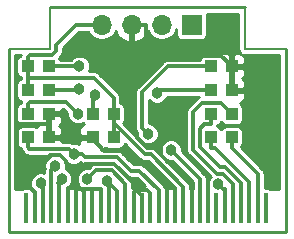
<source format=gtl>
G04 #@! TF.GenerationSoftware,KiCad,Pcbnew,(2018-02-15 revision 29b28de31)-makepkg*
G04 #@! TF.CreationDate,2018-04-28T16:50:53+09:30*
G04 #@! TF.ProjectId,short_oled_ssd1306,73686F72745F6F6C65645F7373643133,rev?*
G04 #@! TF.SameCoordinates,Original*
G04 #@! TF.FileFunction,Copper,L1,Top,Signal*
G04 #@! TF.FilePolarity,Positive*
%FSLAX46Y46*%
G04 Gerber Fmt 4.6, Leading zero omitted, Abs format (unit mm)*
G04 Created by KiCad (PCBNEW (2018-02-15 revision 29b28de31)-makepkg) date 04/28/18 16:50:53*
%MOMM*%
%LPD*%
G01*
G04 APERTURE LIST*
%ADD10C,0.200000*%
%ADD11C,0.254000*%
%ADD12O,1.700000X1.700000*%
%ADD13R,1.700000X1.700000*%
%ADD14R,1.016000X1.016000*%
%ADD15R,0.400000X2.540000*%
%ADD16C,0.965200*%
%ADD17C,0.300000*%
G04 APERTURE END LIST*
D10*
X199500000Y-131000000D02*
X203000000Y-131000000D01*
X199500000Y-127500000D02*
X199500000Y-131000000D01*
X183000000Y-131000000D02*
X183000000Y-127500000D01*
X179500000Y-131000000D02*
X183000000Y-131000000D01*
D11*
X179500000Y-131000000D02*
X179500000Y-146500000D01*
X203000000Y-131000000D02*
X203000000Y-146500000D01*
X183000000Y-127500000D02*
X199500000Y-127500000D01*
X179500000Y-146500000D02*
X203000000Y-146500000D01*
D12*
X187380000Y-129000000D03*
X189920000Y-129000000D03*
X192460000Y-129000000D03*
D13*
X195000000Y-129000000D03*
D14*
X196611000Y-134500000D03*
X198389000Y-134500000D03*
X182889000Y-136500000D03*
X181111000Y-136500000D03*
X182889000Y-138500000D03*
X181111000Y-138500000D03*
X186611000Y-138500000D03*
X188389000Y-138500000D03*
X196611000Y-136500000D03*
X198389000Y-136500000D03*
X196611000Y-138500000D03*
X198389000Y-138500000D03*
D15*
X191500000Y-144516000D03*
X192200000Y-144516000D03*
X192900000Y-144516000D03*
X193600000Y-144516000D03*
X194300000Y-144516000D03*
X195000000Y-144516000D03*
X195700000Y-144516000D03*
X196400000Y-144516000D03*
X197100000Y-144516000D03*
X197800000Y-144516000D03*
X198500000Y-144516000D03*
X199200000Y-144516000D03*
X199900000Y-144516000D03*
X200600000Y-144516000D03*
X201300000Y-144516000D03*
X181000000Y-144516000D03*
X181700000Y-144516000D03*
X182400000Y-144516000D03*
X183100000Y-144516000D03*
X183800000Y-144516000D03*
X184500000Y-144516000D03*
X185200000Y-144516000D03*
X185900000Y-144516000D03*
X186600000Y-144516000D03*
X187300000Y-144516000D03*
X188000000Y-144516000D03*
X188700000Y-144516000D03*
X189400000Y-144516000D03*
X190100000Y-144516000D03*
X190800000Y-144516000D03*
D14*
X196611000Y-132500000D03*
X198389000Y-132500000D03*
X186611000Y-136500000D03*
X188389000Y-136500000D03*
X181111000Y-132500000D03*
X182889000Y-132500000D03*
X182889000Y-134500000D03*
X181111000Y-134500000D03*
D16*
X189905556Y-140137718D03*
X201500000Y-141000000D03*
X201500000Y-138500000D03*
X201500000Y-136000000D03*
X201500000Y-133500000D03*
X185366380Y-136500000D03*
X182226789Y-142382313D03*
X186183882Y-142013390D03*
X186828047Y-134895632D03*
X187808628Y-142173794D03*
X185499994Y-132500000D03*
X191308674Y-138191318D03*
X184000000Y-142000000D03*
X193278700Y-139596200D03*
X197270000Y-142489900D03*
X185002554Y-139887264D03*
X185477353Y-134378120D03*
X183454752Y-140909503D03*
X192067500Y-134741100D03*
D17*
X193600000Y-142800000D02*
X193600000Y-144516000D01*
X192900000Y-142800000D02*
X192900000Y-142513609D01*
X192900000Y-144516000D02*
X192900000Y-142800000D01*
X192900000Y-142800000D02*
X193600000Y-142800000D01*
X192900000Y-142513609D02*
X191149393Y-140763002D01*
X191149393Y-140763002D02*
X190530840Y-140763002D01*
X190530840Y-140763002D02*
X189905556Y-140137718D01*
X191500000Y-143200000D02*
X191246000Y-142946000D01*
X191246000Y-142946000D02*
X190300000Y-142946000D01*
X191500000Y-144516000D02*
X191500000Y-143200000D01*
X190100000Y-144516000D02*
X190100000Y-143146000D01*
X190100000Y-143146000D02*
X190300000Y-142946000D01*
X186600000Y-142900000D02*
X185634345Y-142900000D01*
X187300000Y-142900000D02*
X187300000Y-144516000D01*
X186611000Y-138662500D02*
X187573660Y-139625160D01*
X189392998Y-139625160D02*
X189905556Y-140137718D01*
X191677598Y-139386602D02*
X191250101Y-139386602D01*
X190113398Y-132647502D02*
X191174300Y-131586600D01*
X191250101Y-139386602D02*
X190113398Y-138249899D01*
X192385900Y-138678300D02*
X191677598Y-139386602D01*
X186014118Y-140733182D02*
X185200000Y-141547300D01*
X188463675Y-140733182D02*
X186014118Y-140733182D01*
X190300000Y-142569507D02*
X188463675Y-140733182D01*
X190300000Y-142946000D02*
X190300000Y-142569507D01*
X190800000Y-143446000D02*
X190300000Y-142946000D01*
X190800000Y-144516000D02*
X190800000Y-143446000D01*
X187573660Y-139625160D02*
X189392998Y-139625160D01*
X190113398Y-138249899D02*
X190113398Y-132647502D01*
X186600000Y-142900000D02*
X187300000Y-142900000D01*
X186600000Y-144516000D02*
X186600000Y-142900000D01*
X185634345Y-142900000D02*
X185900000Y-143165655D01*
X185900000Y-143165655D02*
X185900000Y-144516000D01*
X185254000Y-142800000D02*
X185354000Y-142900000D01*
X185200000Y-142800000D02*
X185254000Y-142800000D01*
X185354000Y-142900000D02*
X185634345Y-142900000D01*
X185200000Y-142800000D02*
X185200000Y-141547300D01*
X185200000Y-144516000D02*
X185200000Y-142800000D01*
X184500000Y-142800000D02*
X185200000Y-142800000D01*
X184500000Y-144516000D02*
X184500000Y-142800000D01*
X201500000Y-138500000D02*
X201500000Y-141000000D01*
X201500000Y-136000000D02*
X201500000Y-138500000D01*
X201500000Y-133500000D02*
X201500000Y-136000000D01*
X198389000Y-132500000D02*
X200500000Y-132500000D01*
X200500000Y-132500000D02*
X201500000Y-133500000D01*
X200600000Y-141623300D02*
X198389000Y-139412300D01*
X200600000Y-144516000D02*
X200600000Y-141623300D01*
X198389000Y-138500000D02*
X198389000Y-139412300D01*
X196611000Y-138500000D02*
X196611000Y-139412300D01*
X197014200Y-139412300D02*
X196611000Y-139412300D01*
X199900000Y-142298100D02*
X197014200Y-139412300D01*
X199900000Y-144516000D02*
X199900000Y-142298100D01*
X199200000Y-144516000D02*
X199200000Y-142381900D01*
X196611000Y-136500000D02*
X196611000Y-137412300D01*
X196040800Y-137412300D02*
X196611000Y-137412300D01*
X195698700Y-137754400D02*
X196040800Y-137412300D01*
X195698700Y-139340400D02*
X195698700Y-137754400D01*
X197407000Y-141048700D02*
X195698700Y-139340400D01*
X197866800Y-141048700D02*
X197407000Y-141048700D01*
X199200000Y-142381900D02*
X197866800Y-141048700D01*
X197476600Y-135587600D02*
X198389000Y-136500000D01*
X195877200Y-135587600D02*
X197476600Y-135587600D01*
X195142400Y-136322400D02*
X195877200Y-135587600D01*
X195142400Y-139568200D02*
X195142400Y-136322400D01*
X197177200Y-141603000D02*
X195142400Y-139568200D01*
X197637300Y-141603000D02*
X197177200Y-141603000D01*
X198500000Y-142465700D02*
X197637300Y-141603000D01*
X198500000Y-144516000D02*
X198500000Y-142465700D01*
X183880321Y-140022902D02*
X183029183Y-140022902D01*
X185200000Y-141547300D02*
X184341353Y-140688653D01*
X184341353Y-140688653D02*
X184341353Y-140483934D01*
X184341353Y-140483934D02*
X183880321Y-140022902D01*
X181340187Y-141932113D02*
X181340187Y-142807883D01*
X183029183Y-140022902D02*
X181845800Y-141206285D01*
X181845800Y-141206285D02*
X181845800Y-141426500D01*
X181340187Y-142807883D02*
X181700000Y-143167696D01*
X181845800Y-141426500D02*
X181340187Y-141932113D01*
X181700000Y-143167696D02*
X181700000Y-144516000D01*
X186611000Y-138500000D02*
X186611000Y-138662500D01*
X183963800Y-138662500D02*
X183801300Y-138500000D01*
X186611000Y-138662500D02*
X183963800Y-138662500D01*
X198389000Y-134500000D02*
X198389000Y-132500000D01*
X189920000Y-129000000D02*
X191174300Y-129000000D01*
X182889000Y-136500000D02*
X182889000Y-137412300D01*
X182889000Y-138500000D02*
X182889000Y-137412300D01*
X182889000Y-138500000D02*
X183801300Y-138500000D01*
X180567300Y-137412300D02*
X182889000Y-137412300D01*
X180198600Y-137781000D02*
X180567300Y-137412300D01*
X180198600Y-139779300D02*
X180198600Y-137781000D01*
X181845800Y-141426500D02*
X180198600Y-139779300D01*
X195000000Y-144516000D02*
X195000000Y-142571500D01*
X197475600Y-131586600D02*
X198389000Y-132500000D01*
X191174300Y-131586600D02*
X197475600Y-131586600D01*
X191174300Y-129000000D02*
X191174300Y-131586600D01*
X192385900Y-139957400D02*
X192385900Y-138678300D01*
X195000000Y-142571500D02*
X192385900Y-139957400D01*
X196383100Y-144499100D02*
X196400000Y-144516000D01*
X196383100Y-141757700D02*
X196383100Y-144499100D01*
X194312500Y-139687100D02*
X196383100Y-141757700D01*
X194312500Y-139312800D02*
X194312500Y-139687100D01*
X193678000Y-138678300D02*
X194312500Y-139312800D01*
X192385900Y-138678300D02*
X193678000Y-138678300D01*
X181285599Y-135517401D02*
X184383781Y-135517401D01*
X184383781Y-135517401D02*
X185366380Y-136500000D01*
X181111000Y-136500000D02*
X181111000Y-135692000D01*
X181111000Y-135692000D02*
X181285599Y-135517401D01*
X182400000Y-144516000D02*
X182400000Y-142555524D01*
X182400000Y-142555524D02*
X182226789Y-142382313D01*
X188234197Y-141287193D02*
X186910079Y-141287193D01*
X186910079Y-141287193D02*
X186183882Y-142013390D01*
X189400000Y-142452996D02*
X188234197Y-141287193D01*
X189400000Y-144516000D02*
X189400000Y-142452996D01*
X186611000Y-135112679D02*
X186828047Y-134895632D01*
X186611000Y-136500000D02*
X186611000Y-135112679D01*
X188700000Y-144516000D02*
X188700000Y-143065166D01*
X188700000Y-143065166D02*
X187808628Y-142173794D01*
X188000000Y-144516000D02*
X188000000Y-142365166D01*
X188000000Y-142365166D02*
X187808628Y-142173794D01*
X182889000Y-132500000D02*
X185499994Y-132500000D01*
X196611000Y-132500000D02*
X192996430Y-132500000D01*
X190826075Y-137708719D02*
X191308674Y-138191318D01*
X190826075Y-134670355D02*
X190826075Y-137708719D01*
X192996430Y-132500000D02*
X190826075Y-134670355D01*
X183667409Y-142332591D02*
X183800000Y-142465182D01*
X183800000Y-142465182D02*
X183800000Y-144516000D01*
X184000000Y-142000000D02*
X183667409Y-142332591D01*
X194300000Y-144516000D02*
X194300000Y-142716511D01*
X194300000Y-142716511D02*
X191524102Y-139940613D01*
X191524102Y-139940613D02*
X191020623Y-139940613D01*
X191020623Y-139940613D02*
X188492310Y-137412300D01*
X188492310Y-137412300D02*
X188389000Y-137412300D01*
X188389000Y-135144415D02*
X186736104Y-133491519D01*
X181181981Y-133491519D02*
X181111000Y-133562500D01*
X188389000Y-136500000D02*
X188389000Y-135144415D01*
X186736104Y-133491519D02*
X181181981Y-133491519D01*
X181111000Y-131692000D02*
X181298990Y-131504010D01*
X183208767Y-131504010D02*
X183504010Y-131208767D01*
X181111000Y-132500000D02*
X181111000Y-131692000D01*
X185187815Y-129000000D02*
X187380000Y-129000000D01*
X183504010Y-131208767D02*
X183504010Y-130683805D01*
X183504010Y-130683805D02*
X185187815Y-129000000D01*
X181298990Y-131504010D02*
X183208767Y-131504010D01*
X181111000Y-134500000D02*
X181111000Y-133562500D01*
X181111000Y-133562500D02*
X181111000Y-132500000D01*
X188389000Y-136500000D02*
X188389000Y-137412300D01*
X188389000Y-138500000D02*
X188389000Y-137412300D01*
X195700000Y-144516000D02*
X195700000Y-142017500D01*
X193278700Y-139596200D02*
X195700000Y-142017500D01*
X197621800Y-142841700D02*
X197270000Y-142489900D01*
X197800000Y-142841700D02*
X197621800Y-142841700D01*
X197800000Y-144516000D02*
X197800000Y-142841700D01*
X190587002Y-141333002D02*
X189846984Y-141333002D01*
X184584181Y-139468891D02*
X185002554Y-139887264D01*
X181111000Y-138500000D02*
X181111000Y-139308000D01*
X192200000Y-142946000D02*
X190587002Y-141333002D01*
X189846984Y-141333002D02*
X188693153Y-140179171D01*
X181111000Y-139308000D02*
X181271891Y-139468891D01*
X188693153Y-140179171D02*
X185976960Y-140179171D01*
X185976960Y-140179171D02*
X185685053Y-139887264D01*
X181271891Y-139468891D02*
X184584181Y-139468891D01*
X185685053Y-139887264D02*
X185002554Y-139887264D01*
X192200000Y-144516000D02*
X192200000Y-142946000D01*
X185355473Y-134500000D02*
X185477353Y-134378120D01*
X182889000Y-134500000D02*
X185355473Y-134500000D01*
X183113399Y-141250856D02*
X183454752Y-140909503D01*
X183100000Y-144516000D02*
X183100000Y-142946000D01*
X183113399Y-142932601D02*
X183113399Y-141250856D01*
X183100000Y-142946000D02*
X183113399Y-142932601D01*
X192308600Y-134500000D02*
X192067500Y-134741100D01*
X196611000Y-134500000D02*
X192308600Y-134500000D01*
D11*
G36*
X198968201Y-130947620D02*
X198957782Y-131000000D01*
X198999056Y-131207498D01*
X199116594Y-131383406D01*
X199164766Y-131415593D01*
X199023309Y-131357000D01*
X198674750Y-131357000D01*
X198516000Y-131515750D01*
X198516000Y-132373000D01*
X199373250Y-132373000D01*
X199532000Y-132214250D01*
X199532000Y-131865690D01*
X199435327Y-131632301D01*
X199306817Y-131503791D01*
X199447625Y-131531800D01*
X199447626Y-131531800D01*
X199500000Y-131542218D01*
X199552375Y-131531800D01*
X202441200Y-131531800D01*
X202441201Y-142873000D01*
X201718984Y-142873000D01*
X201668480Y-142839254D01*
X201500000Y-142805741D01*
X201181800Y-142805741D01*
X201181800Y-141680595D01*
X201193197Y-141623299D01*
X201181800Y-141566003D01*
X201181800Y-141565999D01*
X201148043Y-141396293D01*
X201019454Y-141203846D01*
X200970877Y-141171388D01*
X199154652Y-139355163D01*
X199208310Y-139319310D01*
X199303746Y-139176480D01*
X199337259Y-139008000D01*
X199337259Y-137992000D01*
X199303746Y-137823520D01*
X199208310Y-137680690D01*
X199065480Y-137585254D01*
X198897000Y-137551741D01*
X197881000Y-137551741D01*
X197712520Y-137585254D01*
X197569690Y-137680690D01*
X197500000Y-137784988D01*
X197430310Y-137680690D01*
X197287480Y-137585254D01*
X197174274Y-137562736D01*
X197192800Y-137469601D01*
X197200260Y-137432095D01*
X197287480Y-137414746D01*
X197430310Y-137319310D01*
X197500000Y-137215012D01*
X197569690Y-137319310D01*
X197712520Y-137414746D01*
X197881000Y-137448259D01*
X198897000Y-137448259D01*
X199065480Y-137414746D01*
X199208310Y-137319310D01*
X199303746Y-137176480D01*
X199337259Y-137008000D01*
X199337259Y-135992000D01*
X199303746Y-135823520D01*
X199208310Y-135680690D01*
X199102692Y-135610118D01*
X199256698Y-135546327D01*
X199435327Y-135367699D01*
X199532000Y-135134310D01*
X199532000Y-134785750D01*
X199373250Y-134627000D01*
X198516000Y-134627000D01*
X198516000Y-134647000D01*
X198262000Y-134647000D01*
X198262000Y-134627000D01*
X198242000Y-134627000D01*
X198242000Y-134373000D01*
X198262000Y-134373000D01*
X198262000Y-133515750D01*
X198246250Y-133500000D01*
X198262000Y-133484250D01*
X198262000Y-132627000D01*
X198516000Y-132627000D01*
X198516000Y-133484250D01*
X198531750Y-133500000D01*
X198516000Y-133515750D01*
X198516000Y-134373000D01*
X199373250Y-134373000D01*
X199532000Y-134214250D01*
X199532000Y-133865690D01*
X199435327Y-133632301D01*
X199303025Y-133500000D01*
X199435327Y-133367699D01*
X199532000Y-133134310D01*
X199532000Y-132785750D01*
X199373250Y-132627000D01*
X198516000Y-132627000D01*
X198262000Y-132627000D01*
X198242000Y-132627000D01*
X198242000Y-132373000D01*
X198262000Y-132373000D01*
X198262000Y-131515750D01*
X198103250Y-131357000D01*
X197754691Y-131357000D01*
X197521302Y-131453673D01*
X197348768Y-131626206D01*
X197287480Y-131585254D01*
X197119000Y-131551741D01*
X196103000Y-131551741D01*
X195934520Y-131585254D01*
X195791690Y-131680690D01*
X195696254Y-131823520D01*
X195677421Y-131918200D01*
X193053725Y-131918200D01*
X192996429Y-131906803D01*
X192939133Y-131918200D01*
X192939129Y-131918200D01*
X192769423Y-131951957D01*
X192769421Y-131951958D01*
X192769422Y-131951958D01*
X192625552Y-132048088D01*
X192625550Y-132048090D01*
X192576976Y-132080546D01*
X192544520Y-132129121D01*
X190455201Y-134218441D01*
X190406621Y-134250901D01*
X190278032Y-134443349D01*
X190244275Y-134613055D01*
X190244275Y-134613058D01*
X190232878Y-134670355D01*
X190244275Y-134727652D01*
X190244276Y-137651417D01*
X190232878Y-137708719D01*
X190278032Y-137935725D01*
X190297133Y-137964311D01*
X190394274Y-138109693D01*
X190394274Y-138373203D01*
X190477905Y-138575106D01*
X189213837Y-137311039D01*
X189303746Y-137176480D01*
X189337259Y-137008000D01*
X189337259Y-135992000D01*
X189303746Y-135823520D01*
X189208310Y-135680690D01*
X189065480Y-135585254D01*
X188970800Y-135566421D01*
X188970800Y-135201712D01*
X188982197Y-135144415D01*
X188970800Y-135087118D01*
X188970800Y-135087114D01*
X188937043Y-134917408D01*
X188808454Y-134724961D01*
X188759876Y-134692503D01*
X187188018Y-133120645D01*
X187155558Y-133072065D01*
X186963111Y-132943476D01*
X186793405Y-132909719D01*
X186793401Y-132909719D01*
X186736104Y-132898322D01*
X186678807Y-132909719D01*
X186320022Y-132909719D01*
X186414394Y-132681885D01*
X186414394Y-132318115D01*
X186275185Y-131982034D01*
X186017960Y-131724809D01*
X185681879Y-131585600D01*
X185318109Y-131585600D01*
X184982028Y-131724809D01*
X184788637Y-131918200D01*
X183822579Y-131918200D01*
X183803746Y-131823520D01*
X183767016Y-131768549D01*
X183874884Y-131660681D01*
X183923464Y-131628221D01*
X184052053Y-131435774D01*
X184085810Y-131266068D01*
X184085810Y-131266064D01*
X184097207Y-131208767D01*
X184085810Y-131151470D01*
X184085810Y-130924793D01*
X185428804Y-129581800D01*
X186227140Y-129581800D01*
X186455874Y-129924126D01*
X186879867Y-130207428D01*
X187253759Y-130281800D01*
X187506241Y-130281800D01*
X187880133Y-130207428D01*
X188304126Y-129924126D01*
X188562972Y-129536734D01*
X188724817Y-129881358D01*
X189153076Y-130271645D01*
X189563110Y-130441476D01*
X189793000Y-130320155D01*
X189793000Y-129127000D01*
X189773000Y-129127000D01*
X189773000Y-128873000D01*
X189793000Y-128873000D01*
X189793000Y-128853000D01*
X190047000Y-128853000D01*
X190047000Y-128873000D01*
X190067000Y-128873000D01*
X190067000Y-129127000D01*
X190047000Y-129127000D01*
X190047000Y-130320155D01*
X190276890Y-130441476D01*
X190686924Y-130271645D01*
X191115183Y-129881358D01*
X191277028Y-129536734D01*
X191535874Y-129924126D01*
X191959867Y-130207428D01*
X192333759Y-130281800D01*
X192586241Y-130281800D01*
X192960133Y-130207428D01*
X193384126Y-129924126D01*
X193667428Y-129500133D01*
X193709741Y-129287412D01*
X193709741Y-129850000D01*
X193743254Y-130018480D01*
X193838690Y-130161310D01*
X193981520Y-130256746D01*
X194150000Y-130290259D01*
X195850000Y-130290259D01*
X196018480Y-130256746D01*
X196161310Y-130161310D01*
X196256746Y-130018480D01*
X196290259Y-129850000D01*
X196290259Y-128150000D01*
X196272118Y-128058800D01*
X198968200Y-128058800D01*
X198968201Y-130947620D01*
X198968201Y-130947620D01*
G37*
X198968201Y-130947620D02*
X198957782Y-131000000D01*
X198999056Y-131207498D01*
X199116594Y-131383406D01*
X199164766Y-131415593D01*
X199023309Y-131357000D01*
X198674750Y-131357000D01*
X198516000Y-131515750D01*
X198516000Y-132373000D01*
X199373250Y-132373000D01*
X199532000Y-132214250D01*
X199532000Y-131865690D01*
X199435327Y-131632301D01*
X199306817Y-131503791D01*
X199447625Y-131531800D01*
X199447626Y-131531800D01*
X199500000Y-131542218D01*
X199552375Y-131531800D01*
X202441200Y-131531800D01*
X202441201Y-142873000D01*
X201718984Y-142873000D01*
X201668480Y-142839254D01*
X201500000Y-142805741D01*
X201181800Y-142805741D01*
X201181800Y-141680595D01*
X201193197Y-141623299D01*
X201181800Y-141566003D01*
X201181800Y-141565999D01*
X201148043Y-141396293D01*
X201019454Y-141203846D01*
X200970877Y-141171388D01*
X199154652Y-139355163D01*
X199208310Y-139319310D01*
X199303746Y-139176480D01*
X199337259Y-139008000D01*
X199337259Y-137992000D01*
X199303746Y-137823520D01*
X199208310Y-137680690D01*
X199065480Y-137585254D01*
X198897000Y-137551741D01*
X197881000Y-137551741D01*
X197712520Y-137585254D01*
X197569690Y-137680690D01*
X197500000Y-137784988D01*
X197430310Y-137680690D01*
X197287480Y-137585254D01*
X197174274Y-137562736D01*
X197192800Y-137469601D01*
X197200260Y-137432095D01*
X197287480Y-137414746D01*
X197430310Y-137319310D01*
X197500000Y-137215012D01*
X197569690Y-137319310D01*
X197712520Y-137414746D01*
X197881000Y-137448259D01*
X198897000Y-137448259D01*
X199065480Y-137414746D01*
X199208310Y-137319310D01*
X199303746Y-137176480D01*
X199337259Y-137008000D01*
X199337259Y-135992000D01*
X199303746Y-135823520D01*
X199208310Y-135680690D01*
X199102692Y-135610118D01*
X199256698Y-135546327D01*
X199435327Y-135367699D01*
X199532000Y-135134310D01*
X199532000Y-134785750D01*
X199373250Y-134627000D01*
X198516000Y-134627000D01*
X198516000Y-134647000D01*
X198262000Y-134647000D01*
X198262000Y-134627000D01*
X198242000Y-134627000D01*
X198242000Y-134373000D01*
X198262000Y-134373000D01*
X198262000Y-133515750D01*
X198246250Y-133500000D01*
X198262000Y-133484250D01*
X198262000Y-132627000D01*
X198516000Y-132627000D01*
X198516000Y-133484250D01*
X198531750Y-133500000D01*
X198516000Y-133515750D01*
X198516000Y-134373000D01*
X199373250Y-134373000D01*
X199532000Y-134214250D01*
X199532000Y-133865690D01*
X199435327Y-133632301D01*
X199303025Y-133500000D01*
X199435327Y-133367699D01*
X199532000Y-133134310D01*
X199532000Y-132785750D01*
X199373250Y-132627000D01*
X198516000Y-132627000D01*
X198262000Y-132627000D01*
X198242000Y-132627000D01*
X198242000Y-132373000D01*
X198262000Y-132373000D01*
X198262000Y-131515750D01*
X198103250Y-131357000D01*
X197754691Y-131357000D01*
X197521302Y-131453673D01*
X197348768Y-131626206D01*
X197287480Y-131585254D01*
X197119000Y-131551741D01*
X196103000Y-131551741D01*
X195934520Y-131585254D01*
X195791690Y-131680690D01*
X195696254Y-131823520D01*
X195677421Y-131918200D01*
X193053725Y-131918200D01*
X192996429Y-131906803D01*
X192939133Y-131918200D01*
X192939129Y-131918200D01*
X192769423Y-131951957D01*
X192769421Y-131951958D01*
X192769422Y-131951958D01*
X192625552Y-132048088D01*
X192625550Y-132048090D01*
X192576976Y-132080546D01*
X192544520Y-132129121D01*
X190455201Y-134218441D01*
X190406621Y-134250901D01*
X190278032Y-134443349D01*
X190244275Y-134613055D01*
X190244275Y-134613058D01*
X190232878Y-134670355D01*
X190244275Y-134727652D01*
X190244276Y-137651417D01*
X190232878Y-137708719D01*
X190278032Y-137935725D01*
X190297133Y-137964311D01*
X190394274Y-138109693D01*
X190394274Y-138373203D01*
X190477905Y-138575106D01*
X189213837Y-137311039D01*
X189303746Y-137176480D01*
X189337259Y-137008000D01*
X189337259Y-135992000D01*
X189303746Y-135823520D01*
X189208310Y-135680690D01*
X189065480Y-135585254D01*
X188970800Y-135566421D01*
X188970800Y-135201712D01*
X188982197Y-135144415D01*
X188970800Y-135087118D01*
X188970800Y-135087114D01*
X188937043Y-134917408D01*
X188808454Y-134724961D01*
X188759876Y-134692503D01*
X187188018Y-133120645D01*
X187155558Y-133072065D01*
X186963111Y-132943476D01*
X186793405Y-132909719D01*
X186793401Y-132909719D01*
X186736104Y-132898322D01*
X186678807Y-132909719D01*
X186320022Y-132909719D01*
X186414394Y-132681885D01*
X186414394Y-132318115D01*
X186275185Y-131982034D01*
X186017960Y-131724809D01*
X185681879Y-131585600D01*
X185318109Y-131585600D01*
X184982028Y-131724809D01*
X184788637Y-131918200D01*
X183822579Y-131918200D01*
X183803746Y-131823520D01*
X183767016Y-131768549D01*
X183874884Y-131660681D01*
X183923464Y-131628221D01*
X184052053Y-131435774D01*
X184085810Y-131266068D01*
X184085810Y-131266064D01*
X184097207Y-131208767D01*
X184085810Y-131151470D01*
X184085810Y-130924793D01*
X185428804Y-129581800D01*
X186227140Y-129581800D01*
X186455874Y-129924126D01*
X186879867Y-130207428D01*
X187253759Y-130281800D01*
X187506241Y-130281800D01*
X187880133Y-130207428D01*
X188304126Y-129924126D01*
X188562972Y-129536734D01*
X188724817Y-129881358D01*
X189153076Y-130271645D01*
X189563110Y-130441476D01*
X189793000Y-130320155D01*
X189793000Y-129127000D01*
X189773000Y-129127000D01*
X189773000Y-128873000D01*
X189793000Y-128873000D01*
X189793000Y-128853000D01*
X190047000Y-128853000D01*
X190047000Y-128873000D01*
X190067000Y-128873000D01*
X190067000Y-129127000D01*
X190047000Y-129127000D01*
X190047000Y-130320155D01*
X190276890Y-130441476D01*
X190686924Y-130271645D01*
X191115183Y-129881358D01*
X191277028Y-129536734D01*
X191535874Y-129924126D01*
X191959867Y-130207428D01*
X192333759Y-130281800D01*
X192586241Y-130281800D01*
X192960133Y-130207428D01*
X193384126Y-129924126D01*
X193667428Y-129500133D01*
X193709741Y-129287412D01*
X193709741Y-129850000D01*
X193743254Y-130018480D01*
X193838690Y-130161310D01*
X193981520Y-130256746D01*
X194150000Y-130290259D01*
X195850000Y-130290259D01*
X196018480Y-130256746D01*
X196161310Y-130161310D01*
X196256746Y-130018480D01*
X196290259Y-129850000D01*
X196290259Y-128150000D01*
X196272118Y-128058800D01*
X198968200Y-128058800D01*
X198968201Y-130947620D01*
G36*
X180543341Y-131563608D02*
X180434520Y-131585254D01*
X180291690Y-131680690D01*
X180196254Y-131823520D01*
X180162741Y-131992000D01*
X180162741Y-133008000D01*
X180196254Y-133176480D01*
X180291690Y-133319310D01*
X180434520Y-133414746D01*
X180529200Y-133433579D01*
X180529200Y-133505203D01*
X180517803Y-133562500D01*
X180518987Y-133568452D01*
X180434520Y-133585254D01*
X180291690Y-133680690D01*
X180196254Y-133823520D01*
X180162741Y-133992000D01*
X180162741Y-135008000D01*
X180196254Y-135176480D01*
X180291690Y-135319310D01*
X180434520Y-135414746D01*
X180577525Y-135443192D01*
X180562957Y-135464994D01*
X180549602Y-135532133D01*
X180543341Y-135563608D01*
X180434520Y-135585254D01*
X180291690Y-135680690D01*
X180196254Y-135823520D01*
X180162741Y-135992000D01*
X180162741Y-137008000D01*
X180196254Y-137176480D01*
X180291690Y-137319310D01*
X180434520Y-137414746D01*
X180603000Y-137448259D01*
X181619000Y-137448259D01*
X181787480Y-137414746D01*
X181848768Y-137373794D01*
X181974975Y-137500000D01*
X181848768Y-137626206D01*
X181787480Y-137585254D01*
X181619000Y-137551741D01*
X180603000Y-137551741D01*
X180434520Y-137585254D01*
X180291690Y-137680690D01*
X180196254Y-137823520D01*
X180162741Y-137992000D01*
X180162741Y-139008000D01*
X180196254Y-139176480D01*
X180291690Y-139319310D01*
X180434520Y-139414746D01*
X180543342Y-139436392D01*
X180562957Y-139535006D01*
X180646647Y-139660257D01*
X180691547Y-139727454D01*
X180740124Y-139759912D01*
X180819977Y-139839765D01*
X180852437Y-139888345D01*
X181044884Y-140016934D01*
X181214590Y-140050691D01*
X181214595Y-140050691D01*
X181271890Y-140062088D01*
X181329186Y-140050691D01*
X183138665Y-140050691D01*
X182936786Y-140134312D01*
X182679561Y-140391537D01*
X182540352Y-140727618D01*
X182540352Y-141091388D01*
X182548168Y-141110258D01*
X182520202Y-141250856D01*
X182531600Y-141308158D01*
X182531600Y-141518830D01*
X182408674Y-141467913D01*
X182044904Y-141467913D01*
X181708823Y-141607122D01*
X181451598Y-141864347D01*
X181312389Y-142200428D01*
X181312389Y-142564198D01*
X181337913Y-142625820D01*
X181140302Y-142707673D01*
X181042233Y-142805741D01*
X180800000Y-142805741D01*
X180631520Y-142839254D01*
X180581016Y-142873000D01*
X180058800Y-142873000D01*
X180058800Y-131531800D01*
X180549669Y-131531800D01*
X180543341Y-131563608D01*
X180543341Y-131563608D01*
G37*
X180543341Y-131563608D02*
X180434520Y-131585254D01*
X180291690Y-131680690D01*
X180196254Y-131823520D01*
X180162741Y-131992000D01*
X180162741Y-133008000D01*
X180196254Y-133176480D01*
X180291690Y-133319310D01*
X180434520Y-133414746D01*
X180529200Y-133433579D01*
X180529200Y-133505203D01*
X180517803Y-133562500D01*
X180518987Y-133568452D01*
X180434520Y-133585254D01*
X180291690Y-133680690D01*
X180196254Y-133823520D01*
X180162741Y-133992000D01*
X180162741Y-135008000D01*
X180196254Y-135176480D01*
X180291690Y-135319310D01*
X180434520Y-135414746D01*
X180577525Y-135443192D01*
X180562957Y-135464994D01*
X180549602Y-135532133D01*
X180543341Y-135563608D01*
X180434520Y-135585254D01*
X180291690Y-135680690D01*
X180196254Y-135823520D01*
X180162741Y-135992000D01*
X180162741Y-137008000D01*
X180196254Y-137176480D01*
X180291690Y-137319310D01*
X180434520Y-137414746D01*
X180603000Y-137448259D01*
X181619000Y-137448259D01*
X181787480Y-137414746D01*
X181848768Y-137373794D01*
X181974975Y-137500000D01*
X181848768Y-137626206D01*
X181787480Y-137585254D01*
X181619000Y-137551741D01*
X180603000Y-137551741D01*
X180434520Y-137585254D01*
X180291690Y-137680690D01*
X180196254Y-137823520D01*
X180162741Y-137992000D01*
X180162741Y-139008000D01*
X180196254Y-139176480D01*
X180291690Y-139319310D01*
X180434520Y-139414746D01*
X180543342Y-139436392D01*
X180562957Y-139535006D01*
X180646647Y-139660257D01*
X180691547Y-139727454D01*
X180740124Y-139759912D01*
X180819977Y-139839765D01*
X180852437Y-139888345D01*
X181044884Y-140016934D01*
X181214590Y-140050691D01*
X181214595Y-140050691D01*
X181271890Y-140062088D01*
X181329186Y-140050691D01*
X183138665Y-140050691D01*
X182936786Y-140134312D01*
X182679561Y-140391537D01*
X182540352Y-140727618D01*
X182540352Y-141091388D01*
X182548168Y-141110258D01*
X182520202Y-141250856D01*
X182531600Y-141308158D01*
X182531600Y-141518830D01*
X182408674Y-141467913D01*
X182044904Y-141467913D01*
X181708823Y-141607122D01*
X181451598Y-141864347D01*
X181312389Y-142200428D01*
X181312389Y-142564198D01*
X181337913Y-142625820D01*
X181140302Y-142707673D01*
X181042233Y-142805741D01*
X180800000Y-142805741D01*
X180631520Y-142839254D01*
X180581016Y-142873000D01*
X180058800Y-142873000D01*
X180058800Y-131531800D01*
X180549669Y-131531800D01*
X180543341Y-131563608D01*
G36*
X193096815Y-140510600D02*
X193370312Y-140510600D01*
X195118201Y-142258491D01*
X195118201Y-142751549D01*
X195100000Y-142769750D01*
X195100000Y-142873000D01*
X194900000Y-142873000D01*
X194900000Y-142769750D01*
X194885493Y-142755243D01*
X194893197Y-142716511D01*
X194881800Y-142659214D01*
X194881800Y-142659210D01*
X194848043Y-142489504D01*
X194719454Y-142297057D01*
X194670877Y-142264599D01*
X192789643Y-140383365D01*
X193096815Y-140510600D01*
X193096815Y-140510600D01*
G37*
X193096815Y-140510600D02*
X193370312Y-140510600D01*
X195118201Y-142258491D01*
X195118201Y-142751549D01*
X195100000Y-142769750D01*
X195100000Y-142873000D01*
X194900000Y-142873000D01*
X194900000Y-142769750D01*
X194885493Y-142755243D01*
X194893197Y-142716511D01*
X194881800Y-142659214D01*
X194881800Y-142659210D01*
X194848043Y-142489504D01*
X194719454Y-142297057D01*
X194670877Y-142264599D01*
X192789643Y-140383365D01*
X193096815Y-140510600D01*
G36*
X190568710Y-140311489D02*
X190601169Y-140360067D01*
X190793616Y-140488656D01*
X190963322Y-140522413D01*
X190963326Y-140522413D01*
X191020623Y-140533810D01*
X191077920Y-140522413D01*
X191283114Y-140522413D01*
X193472998Y-142712298D01*
X193472998Y-142720973D01*
X193459698Y-142707673D01*
X193422526Y-142692276D01*
X193341250Y-142611000D01*
X193273691Y-142611000D01*
X193250000Y-142620813D01*
X193226309Y-142611000D01*
X193158750Y-142611000D01*
X193077474Y-142692276D01*
X193040302Y-142707673D01*
X192874974Y-142873000D01*
X192800000Y-142873000D01*
X192800000Y-142769750D01*
X192745627Y-142715377D01*
X192619454Y-142526546D01*
X192570876Y-142494088D01*
X191038916Y-140962128D01*
X191006456Y-140913548D01*
X190814009Y-140784959D01*
X190644303Y-140751202D01*
X190644299Y-140751202D01*
X190587002Y-140739805D01*
X190529705Y-140751202D01*
X190087974Y-140751202D01*
X189145067Y-139808297D01*
X189112607Y-139759717D01*
X188920160Y-139631128D01*
X188750454Y-139597371D01*
X188750450Y-139597371D01*
X188693153Y-139585974D01*
X188635856Y-139597371D01*
X187355467Y-139597371D01*
X187478698Y-139546327D01*
X187651232Y-139373794D01*
X187712520Y-139414746D01*
X187881000Y-139448259D01*
X188897000Y-139448259D01*
X189065480Y-139414746D01*
X189208310Y-139319310D01*
X189303746Y-139176480D01*
X189325307Y-139068086D01*
X190568710Y-140311489D01*
X190568710Y-140311489D01*
G37*
X190568710Y-140311489D02*
X190601169Y-140360067D01*
X190793616Y-140488656D01*
X190963322Y-140522413D01*
X190963326Y-140522413D01*
X191020623Y-140533810D01*
X191077920Y-140522413D01*
X191283114Y-140522413D01*
X193472998Y-142712298D01*
X193472998Y-142720973D01*
X193459698Y-142707673D01*
X193422526Y-142692276D01*
X193341250Y-142611000D01*
X193273691Y-142611000D01*
X193250000Y-142620813D01*
X193226309Y-142611000D01*
X193158750Y-142611000D01*
X193077474Y-142692276D01*
X193040302Y-142707673D01*
X192874974Y-142873000D01*
X192800000Y-142873000D01*
X192800000Y-142769750D01*
X192745627Y-142715377D01*
X192619454Y-142526546D01*
X192570876Y-142494088D01*
X191038916Y-140962128D01*
X191006456Y-140913548D01*
X190814009Y-140784959D01*
X190644303Y-140751202D01*
X190644299Y-140751202D01*
X190587002Y-140739805D01*
X190529705Y-140751202D01*
X190087974Y-140751202D01*
X189145067Y-139808297D01*
X189112607Y-139759717D01*
X188920160Y-139631128D01*
X188750454Y-139597371D01*
X188750450Y-139597371D01*
X188693153Y-139585974D01*
X188635856Y-139597371D01*
X187355467Y-139597371D01*
X187478698Y-139546327D01*
X187651232Y-139373794D01*
X187712520Y-139414746D01*
X187881000Y-139448259D01*
X188897000Y-139448259D01*
X189065480Y-139414746D01*
X189208310Y-139319310D01*
X189303746Y-139176480D01*
X189325307Y-139068086D01*
X190568710Y-140311489D01*
G36*
X189789683Y-141914802D02*
X189789687Y-141914802D01*
X189846983Y-141926199D01*
X189904279Y-141914802D01*
X190346014Y-141914802D01*
X191050481Y-142619269D01*
X190977474Y-142692276D01*
X190940302Y-142707673D01*
X190800000Y-142847974D01*
X190659698Y-142707673D01*
X190622526Y-142692276D01*
X190541250Y-142611000D01*
X190473691Y-142611000D01*
X190450000Y-142620813D01*
X190426309Y-142611000D01*
X190358750Y-142611000D01*
X190277474Y-142692276D01*
X190240302Y-142707673D01*
X190074974Y-142873000D01*
X190000000Y-142873000D01*
X190000000Y-142769750D01*
X189981800Y-142751550D01*
X189981800Y-142510291D01*
X189993197Y-142452995D01*
X189981800Y-142395699D01*
X189981800Y-142395695D01*
X189948043Y-142225989D01*
X189860401Y-142094823D01*
X189851912Y-142082118D01*
X189851910Y-142082116D01*
X189819454Y-142033542D01*
X189770879Y-142001085D01*
X189658502Y-141888708D01*
X189789683Y-141914802D01*
X189789683Y-141914802D01*
G37*
X189789683Y-141914802D02*
X189789687Y-141914802D01*
X189846983Y-141926199D01*
X189904279Y-141914802D01*
X190346014Y-141914802D01*
X191050481Y-142619269D01*
X190977474Y-142692276D01*
X190940302Y-142707673D01*
X190800000Y-142847974D01*
X190659698Y-142707673D01*
X190622526Y-142692276D01*
X190541250Y-142611000D01*
X190473691Y-142611000D01*
X190450000Y-142620813D01*
X190426309Y-142611000D01*
X190358750Y-142611000D01*
X190277474Y-142692276D01*
X190240302Y-142707673D01*
X190074974Y-142873000D01*
X190000000Y-142873000D01*
X190000000Y-142769750D01*
X189981800Y-142751550D01*
X189981800Y-142510291D01*
X189993197Y-142452995D01*
X189981800Y-142395699D01*
X189981800Y-142395695D01*
X189948043Y-142225989D01*
X189860401Y-142094823D01*
X189851912Y-142082118D01*
X189851910Y-142082116D01*
X189819454Y-142033542D01*
X189770879Y-142001085D01*
X189658502Y-141888708D01*
X189789683Y-141914802D01*
G36*
X184484588Y-140662455D02*
X184820669Y-140801664D01*
X185184439Y-140801664D01*
X185520520Y-140662455D01*
X185573598Y-140609377D01*
X185749953Y-140727214D01*
X185919659Y-140760971D01*
X185919663Y-140760971D01*
X185976960Y-140772368D01*
X186034257Y-140760971D01*
X186650415Y-140760971D01*
X186490625Y-140867739D01*
X186458166Y-140916317D01*
X186275493Y-141098990D01*
X186001997Y-141098990D01*
X185665916Y-141238199D01*
X185408691Y-141495424D01*
X185269482Y-141831505D01*
X185269482Y-142195275D01*
X185408691Y-142531356D01*
X185488335Y-142611000D01*
X185458750Y-142611000D01*
X185377474Y-142692276D01*
X185340302Y-142707673D01*
X185200000Y-142847974D01*
X185059698Y-142707673D01*
X185022526Y-142692276D01*
X184941250Y-142611000D01*
X184873691Y-142611000D01*
X184850000Y-142620813D01*
X184826309Y-142611000D01*
X184758750Y-142611000D01*
X184677474Y-142692276D01*
X184640302Y-142707673D01*
X184627002Y-142720973D01*
X184627002Y-142666155D01*
X184775191Y-142517966D01*
X184914400Y-142181885D01*
X184914400Y-141818115D01*
X184775191Y-141482034D01*
X184517966Y-141224809D01*
X184343774Y-141152656D01*
X184369152Y-141091388D01*
X184369152Y-140727618D01*
X184241450Y-140419317D01*
X184484588Y-140662455D01*
X184484588Y-140662455D01*
G37*
X184484588Y-140662455D02*
X184820669Y-140801664D01*
X185184439Y-140801664D01*
X185520520Y-140662455D01*
X185573598Y-140609377D01*
X185749953Y-140727214D01*
X185919659Y-140760971D01*
X185919663Y-140760971D01*
X185976960Y-140772368D01*
X186034257Y-140760971D01*
X186650415Y-140760971D01*
X186490625Y-140867739D01*
X186458166Y-140916317D01*
X186275493Y-141098990D01*
X186001997Y-141098990D01*
X185665916Y-141238199D01*
X185408691Y-141495424D01*
X185269482Y-141831505D01*
X185269482Y-142195275D01*
X185408691Y-142531356D01*
X185488335Y-142611000D01*
X185458750Y-142611000D01*
X185377474Y-142692276D01*
X185340302Y-142707673D01*
X185200000Y-142847974D01*
X185059698Y-142707673D01*
X185022526Y-142692276D01*
X184941250Y-142611000D01*
X184873691Y-142611000D01*
X184850000Y-142620813D01*
X184826309Y-142611000D01*
X184758750Y-142611000D01*
X184677474Y-142692276D01*
X184640302Y-142707673D01*
X184627002Y-142720973D01*
X184627002Y-142666155D01*
X184775191Y-142517966D01*
X184914400Y-142181885D01*
X184914400Y-141818115D01*
X184775191Y-141482034D01*
X184517966Y-141224809D01*
X184343774Y-141152656D01*
X184369152Y-141091388D01*
X184369152Y-140727618D01*
X184241450Y-140419317D01*
X184484588Y-140662455D01*
G36*
X195457746Y-135168146D02*
X195425287Y-135216724D01*
X194771524Y-135870488D01*
X194722947Y-135902946D01*
X194690489Y-135951523D01*
X194690488Y-135951524D01*
X194594357Y-136095394D01*
X194549203Y-136322400D01*
X194560601Y-136379702D01*
X194560600Y-139510903D01*
X194549203Y-139568200D01*
X194560600Y-139625497D01*
X194560600Y-139625500D01*
X194594357Y-139795206D01*
X194722946Y-139987654D01*
X194771526Y-140020114D01*
X196609077Y-141857666D01*
X196494809Y-141971934D01*
X196355600Y-142308015D01*
X196355600Y-142611000D01*
X196281800Y-142611000D01*
X196281800Y-142074795D01*
X196293197Y-142017499D01*
X196281800Y-141960203D01*
X196281800Y-141960199D01*
X196248043Y-141790493D01*
X196177350Y-141684694D01*
X196151912Y-141646622D01*
X196151910Y-141646620D01*
X196119454Y-141598046D01*
X196070879Y-141565590D01*
X194193100Y-139687812D01*
X194193100Y-139414315D01*
X194053891Y-139078234D01*
X193796666Y-138821009D01*
X193460585Y-138681800D01*
X193096815Y-138681800D01*
X192760734Y-138821009D01*
X192503509Y-139078234D01*
X192364300Y-139414315D01*
X192364300Y-139778085D01*
X192491535Y-140085258D01*
X191976016Y-139569739D01*
X191943556Y-139521159D01*
X191751109Y-139392570D01*
X191581403Y-139358813D01*
X191581399Y-139358813D01*
X191524102Y-139347416D01*
X191466805Y-139358813D01*
X191261612Y-139358813D01*
X190924886Y-139022087D01*
X191126789Y-139105718D01*
X191490559Y-139105718D01*
X191826640Y-138966509D01*
X192083865Y-138709284D01*
X192223074Y-138373203D01*
X192223074Y-138009433D01*
X192083865Y-137673352D01*
X191826640Y-137416127D01*
X191490559Y-137276918D01*
X191407875Y-137276918D01*
X191407875Y-135374632D01*
X191549534Y-135516291D01*
X191885615Y-135655500D01*
X192249385Y-135655500D01*
X192585466Y-135516291D01*
X192842691Y-135259066D01*
X192916117Y-135081800D01*
X195586972Y-135081800D01*
X195457746Y-135168146D01*
X195457746Y-135168146D01*
G37*
X195457746Y-135168146D02*
X195425287Y-135216724D01*
X194771524Y-135870488D01*
X194722947Y-135902946D01*
X194690489Y-135951523D01*
X194690488Y-135951524D01*
X194594357Y-136095394D01*
X194549203Y-136322400D01*
X194560601Y-136379702D01*
X194560600Y-139510903D01*
X194549203Y-139568200D01*
X194560600Y-139625497D01*
X194560600Y-139625500D01*
X194594357Y-139795206D01*
X194722946Y-139987654D01*
X194771526Y-140020114D01*
X196609077Y-141857666D01*
X196494809Y-141971934D01*
X196355600Y-142308015D01*
X196355600Y-142611000D01*
X196281800Y-142611000D01*
X196281800Y-142074795D01*
X196293197Y-142017499D01*
X196281800Y-141960203D01*
X196281800Y-141960199D01*
X196248043Y-141790493D01*
X196177350Y-141684694D01*
X196151912Y-141646622D01*
X196151910Y-141646620D01*
X196119454Y-141598046D01*
X196070879Y-141565590D01*
X194193100Y-139687812D01*
X194193100Y-139414315D01*
X194053891Y-139078234D01*
X193796666Y-138821009D01*
X193460585Y-138681800D01*
X193096815Y-138681800D01*
X192760734Y-138821009D01*
X192503509Y-139078234D01*
X192364300Y-139414315D01*
X192364300Y-139778085D01*
X192491535Y-140085258D01*
X191976016Y-139569739D01*
X191943556Y-139521159D01*
X191751109Y-139392570D01*
X191581403Y-139358813D01*
X191581399Y-139358813D01*
X191524102Y-139347416D01*
X191466805Y-139358813D01*
X191261612Y-139358813D01*
X190924886Y-139022087D01*
X191126789Y-139105718D01*
X191490559Y-139105718D01*
X191826640Y-138966509D01*
X192083865Y-138709284D01*
X192223074Y-138373203D01*
X192223074Y-138009433D01*
X192083865Y-137673352D01*
X191826640Y-137416127D01*
X191490559Y-137276918D01*
X191407875Y-137276918D01*
X191407875Y-135374632D01*
X191549534Y-135516291D01*
X191885615Y-135655500D01*
X192249385Y-135655500D01*
X192585466Y-135516291D01*
X192842691Y-135259066D01*
X192916117Y-135081800D01*
X195586972Y-135081800D01*
X195457746Y-135168146D01*
G36*
X184451980Y-136408388D02*
X184451980Y-136681885D01*
X184591189Y-137017966D01*
X184848414Y-137275191D01*
X185184495Y-137414400D01*
X185548265Y-137414400D01*
X185788686Y-137314814D01*
X185791690Y-137319310D01*
X185897308Y-137389882D01*
X185743302Y-137453673D01*
X185564673Y-137632301D01*
X185468000Y-137865690D01*
X185468000Y-138214250D01*
X185626750Y-138373000D01*
X186484000Y-138373000D01*
X186484000Y-138353000D01*
X186738000Y-138353000D01*
X186738000Y-138373000D01*
X186758000Y-138373000D01*
X186758000Y-138627000D01*
X186738000Y-138627000D01*
X186738000Y-138647000D01*
X186484000Y-138647000D01*
X186484000Y-138627000D01*
X185626750Y-138627000D01*
X185468000Y-138785750D01*
X185468000Y-139090319D01*
X185184439Y-138972864D01*
X184889035Y-138972864D01*
X184811188Y-138920848D01*
X184641482Y-138887091D01*
X184641478Y-138887091D01*
X184584181Y-138875694D01*
X184526884Y-138887091D01*
X184032000Y-138887091D01*
X184032000Y-138785750D01*
X183873250Y-138627000D01*
X183016000Y-138627000D01*
X183016000Y-138647000D01*
X182762000Y-138647000D01*
X182762000Y-138627000D01*
X182742000Y-138627000D01*
X182742000Y-138373000D01*
X182762000Y-138373000D01*
X182762000Y-137515750D01*
X182746250Y-137500000D01*
X182762000Y-137484250D01*
X182762000Y-136627000D01*
X183016000Y-136627000D01*
X183016000Y-137484250D01*
X183031750Y-137500000D01*
X183016000Y-137515750D01*
X183016000Y-138373000D01*
X183873250Y-138373000D01*
X184032000Y-138214250D01*
X184032000Y-137865690D01*
X183935327Y-137632301D01*
X183803025Y-137500000D01*
X183935327Y-137367699D01*
X184032000Y-137134310D01*
X184032000Y-136785750D01*
X183873250Y-136627000D01*
X183016000Y-136627000D01*
X182762000Y-136627000D01*
X182742000Y-136627000D01*
X182742000Y-136373000D01*
X182762000Y-136373000D01*
X182762000Y-136353000D01*
X183016000Y-136353000D01*
X183016000Y-136373000D01*
X183873250Y-136373000D01*
X184032000Y-136214250D01*
X184032000Y-136099201D01*
X184142793Y-136099201D01*
X184451980Y-136408388D01*
X184451980Y-136408388D01*
G37*
X184451980Y-136408388D02*
X184451980Y-136681885D01*
X184591189Y-137017966D01*
X184848414Y-137275191D01*
X185184495Y-137414400D01*
X185548265Y-137414400D01*
X185788686Y-137314814D01*
X185791690Y-137319310D01*
X185897308Y-137389882D01*
X185743302Y-137453673D01*
X185564673Y-137632301D01*
X185468000Y-137865690D01*
X185468000Y-138214250D01*
X185626750Y-138373000D01*
X186484000Y-138373000D01*
X186484000Y-138353000D01*
X186738000Y-138353000D01*
X186738000Y-138373000D01*
X186758000Y-138373000D01*
X186758000Y-138627000D01*
X186738000Y-138627000D01*
X186738000Y-138647000D01*
X186484000Y-138647000D01*
X186484000Y-138627000D01*
X185626750Y-138627000D01*
X185468000Y-138785750D01*
X185468000Y-139090319D01*
X185184439Y-138972864D01*
X184889035Y-138972864D01*
X184811188Y-138920848D01*
X184641482Y-138887091D01*
X184641478Y-138887091D01*
X184584181Y-138875694D01*
X184526884Y-138887091D01*
X184032000Y-138887091D01*
X184032000Y-138785750D01*
X183873250Y-138627000D01*
X183016000Y-138627000D01*
X183016000Y-138647000D01*
X182762000Y-138647000D01*
X182762000Y-138627000D01*
X182742000Y-138627000D01*
X182742000Y-138373000D01*
X182762000Y-138373000D01*
X182762000Y-137515750D01*
X182746250Y-137500000D01*
X182762000Y-137484250D01*
X182762000Y-136627000D01*
X183016000Y-136627000D01*
X183016000Y-137484250D01*
X183031750Y-137500000D01*
X183016000Y-137515750D01*
X183016000Y-138373000D01*
X183873250Y-138373000D01*
X184032000Y-138214250D01*
X184032000Y-137865690D01*
X183935327Y-137632301D01*
X183803025Y-137500000D01*
X183935327Y-137367699D01*
X184032000Y-137134310D01*
X184032000Y-136785750D01*
X183873250Y-136627000D01*
X183016000Y-136627000D01*
X182762000Y-136627000D01*
X182742000Y-136627000D01*
X182742000Y-136373000D01*
X182762000Y-136373000D01*
X182762000Y-136353000D01*
X183016000Y-136353000D01*
X183016000Y-136373000D01*
X183873250Y-136373000D01*
X184032000Y-136214250D01*
X184032000Y-136099201D01*
X184142793Y-136099201D01*
X184451980Y-136408388D01*
M02*

</source>
